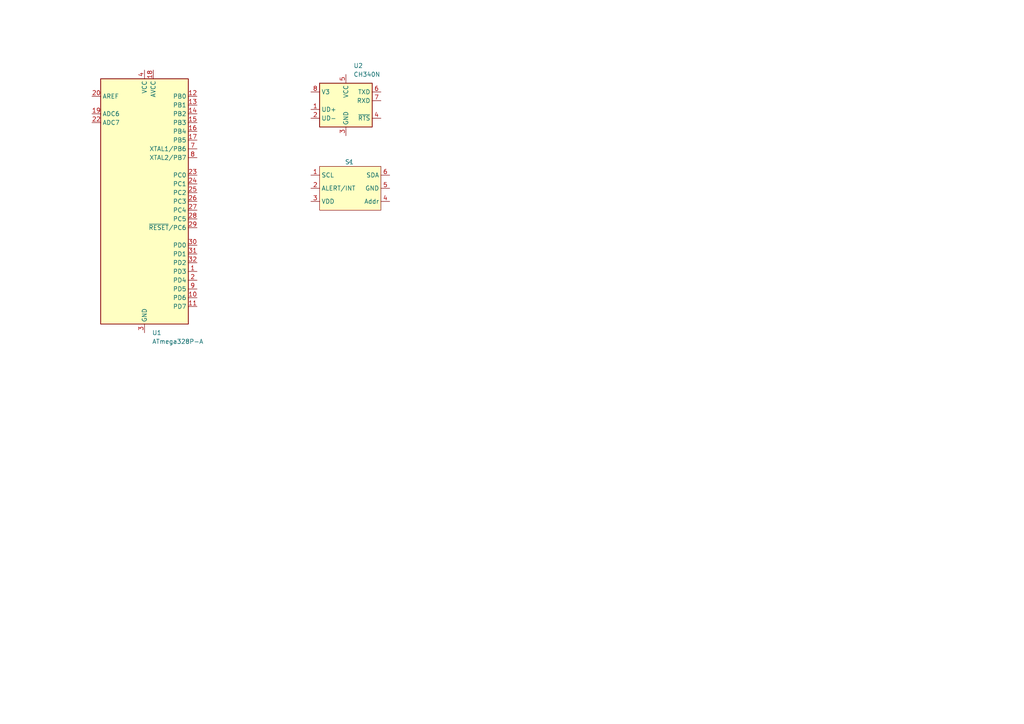
<source format=kicad_sch>
(kicad_sch (version 20231120) (generator "eeschema") (generator_version "8.0")
  (paper "A4")
  (lib_symbols
    (symbol "Interface_USB:CH340N"
      (property "Reference" "U" (at -7.62 6.35 0))
      (property "Value" "CH340N" (at 7.62 6.35 0))
      (symbol "CH340N_0_1"
        (rectangle (start -7.62 5.08) (end 7.62 -7.62) (stroke (width 0.254)) (fill (type background)))
      )
      (symbol "CH340N_1_1"
        (pin bidirectional line (at -10.16 -2.54 0) (length 2.54) (name "UD+") (number "1"))
        (pin bidirectional line (at -10.16 -5.08 0) (length 2.54) (name "UD-") (number "2"))
        (pin power_in line (at 0 -10.16 90) (length 2.54) (name "GND") (number "3"))
        (pin output line (at 10.16 -5.08 180) (length 2.54) (name "~{RTS}") (number "4"))
        (pin power_in line (at 0 7.62 270) (length 2.54) (name "VCC") (number "5"))
        (pin output line (at 10.16 2.54 180) (length 2.54) (name "TXD") (number "6"))
        (pin input line (at 10.16 0 180) (length 2.54) (name "RXD") (number "7"))
        (pin passive line (at -10.16 2.54 0) (length 2.54) (name "V3") (number "8"))
      )
    )
    (symbol "MCU_Microchip_ATmega:ATmega328P-A"
      (property "Reference" "U" (at -12.7 36.83 0))
      (property "Value" "ATmega328P-A" (at 2.54 -36.83 0))
      (symbol "ATmega328P-A_0_1"
        (rectangle (start -12.7 -35.56) (end 12.7 35.56) (stroke (width 0.254)) (fill (type background)))
      )
      (symbol "ATmega328P-A_1_1"
        (pin bidirectional line (at 15.24 -20.32 180) (length 2.54) (name "PD3") (number "1"))
        (pin bidirectional line (at 15.24 -27.94 180) (length 2.54) (name "PD6") (number "10"))
        (pin bidirectional line (at 15.24 -30.48 180) (length 2.54) (name "PD7") (number "11"))
        (pin bidirectional line (at 15.24 30.48 180) (length 2.54) (name "PB0") (number "12"))
        (pin bidirectional line (at 15.24 27.94 180) (length 2.54) (name "PB1") (number "13"))
        (pin bidirectional line (at 15.24 25.4 180) (length 2.54) (name "PB2") (number "14"))
        (pin bidirectional line (at 15.24 22.86 180) (length 2.54) (name "PB3") (number "15"))
        (pin bidirectional line (at 15.24 20.32 180) (length 2.54) (name "PB4") (number "16"))
        (pin bidirectional line (at 15.24 17.78 180) (length 2.54) (name "PB5") (number "17"))
        (pin power_in line (at 2.54 38.1 270) (length 2.54) (name "AVCC") (number "18"))
        (pin input line (at -15.24 25.4 0) (length 2.54) (name "ADC6") (number "19"))
        (pin bidirectional line (at 15.24 -22.86 180) (length 2.54) (name "PD4") (number "2"))
        (pin passive line (at -15.24 30.48 0) (length 2.54) (name "AREF") (number "20"))
        (pin passive line (at 0 -38.1 90) (length 2.54) hide (name "GND") (number "21"))
        (pin input line (at -15.24 22.86 0) (length 2.54) (name "ADC7") (number "22"))
        (pin bidirectional line (at 15.24 7.62 180) (length 2.54) (name "PC0") (number "23"))
        (pin bidirectional line (at 15.24 5.08 180) (length 2.54) (name "PC1") (number "24"))
        (pin bidirectional line (at 15.24 2.54 180) (length 2.54) (name "PC2") (number "25"))
        (pin bidirectional line (at 15.24 0 180) (length 2.54) (name "PC3") (number "26"))
        (pin bidirectional line (at 15.24 -2.54 180) (length 2.54) (name "PC4") (number "27"))
        (pin bidirectional line (at 15.24 -5.08 180) (length 2.54) (name "PC5") (number "28"))
        (pin bidirectional line (at 15.24 -7.62 180) (length 2.54) (name "~{RESET}/PC6") (number "29"))
        (pin power_in line (at 0 -38.1 90) (length 2.54) (name "GND") (number "3"))
        (pin bidirectional line (at 15.24 -12.7 180) (length 2.54) (name "PD0") (number "30"))
        (pin bidirectional line (at 15.24 -15.24 180) (length 2.54) (name "PD1") (number "31"))
        (pin bidirectional line (at 15.24 -17.78 180) (length 2.54) (name "PD2") (number "32"))
        (pin power_in line (at 0 38.1 270) (length 2.54) (name "VCC") (number "4"))
        (pin passive line (at 0 -38.1 90) (length 2.54) hide (name "GND") (number "5"))
        (pin passive line (at 0 38.1 270) (length 2.54) hide (name "VCC") (number "6"))
        (pin bidirectional line (at 15.24 15.24 180) (length 2.54) (name "XTAL1/PB6") (number "7"))
        (pin bidirectional line (at 15.24 12.7 180) (length 2.54) (name "XTAL2/PB7") (number "8"))
        (pin bidirectional line (at 15.24 -25.4 180) (length 2.54) (name "PD5") (number "9"))
      )
    )
    (symbol "Station:STTS22HTR"
      (property "Reference" "S1" (at -0.254 7.62 0))
      (property "Value" "~" (at 0 7.62 0))
      (symbol "STTS22HTR_1_1"
        (rectangle (start -8.89 6.35) (end 8.89 -6.35) (fill (type background)))
        (pin input line (at -11.43 3.81 0) (length 2.54) (name "SCL") (number "1"))
        (pin output line (at -11.43 0 0) (length 2.54) (name "ALERT/INT") (number "2"))
        (pin power_in line (at -11.43 -3.81 0) (length 2.54) (name "VDD") (number "3"))
        (pin input line (at 11.43 -3.81 180) (length 2.54) (name "Addr") (number "4"))
        (pin power_in line (at 11.43 0 180) (length 2.54) (name "GND") (number "5"))
        (pin bidirectional line (at 11.43 3.81 180) (length 2.54) (name "SDA") (number "6"))
      )
    )
  )
  (symbol (lib_id "MCU_Microchip_ATmega:ATmega328P-A") (at 41.91 58.42 0) (unit 1)
    (property "Reference" "U1" (at 44.1041 96.52 0) (effects (justify left)))
    (property "Value" "ATmega328P-A" (at 44.1041 99.06 0) (effects (justify left)))
    (property "Footprint" "Package_QFP:TQFP-32_7x7mm_P0.8mm" (effects (hide yes)))
    (property "Datasheet" "http://ww1.microchip.com/downloads/en/DeviceDoc/ATmega328_P%20AVR%20MCU%20with%20picoPower%20Technology%20Data%20Sheet%2040001984A.pdf" (effects (hide yes)))
    (property "Description" "20MHz, 32kB Flash, 2kB SRAM, 1kB EEPROM, TQFP-32" (effects (hide yes)))
  )
  (symbol (lib_id "Interface_USB:CH340N") (at 100.33 29.21 0) (unit 1)
    (property "Reference" "U2" (at 102.5241 19.05 0) (effects (justify left)))
    (property "Value" "CH340N" (at 102.5241 21.59 0) (effects (justify left)))
    (property "Footprint" "Package_SO:SOP-8_3.9x4.9mm_P1.27mm" (effects (hide yes)))
    (property "Datasheet" "https://aitendo3.sakura.ne.jp/aitendo_data/product_img/ic/inteface/CH340N/ch340n.pdf" (effects (hide yes)))
    (property "Description" "USB serial converter, 2Mbps, UART, SOP-8" (effects (hide yes)))
  )
  (symbol (lib_id "Station:STTS22HTR") (at 101.6 54.61 0) (unit 1)
    (property "Reference" "S1" (at 101.346 46.99 0))
    (property "Value" "~" (at 101.6 46.99 0))
  )
)
</source>
